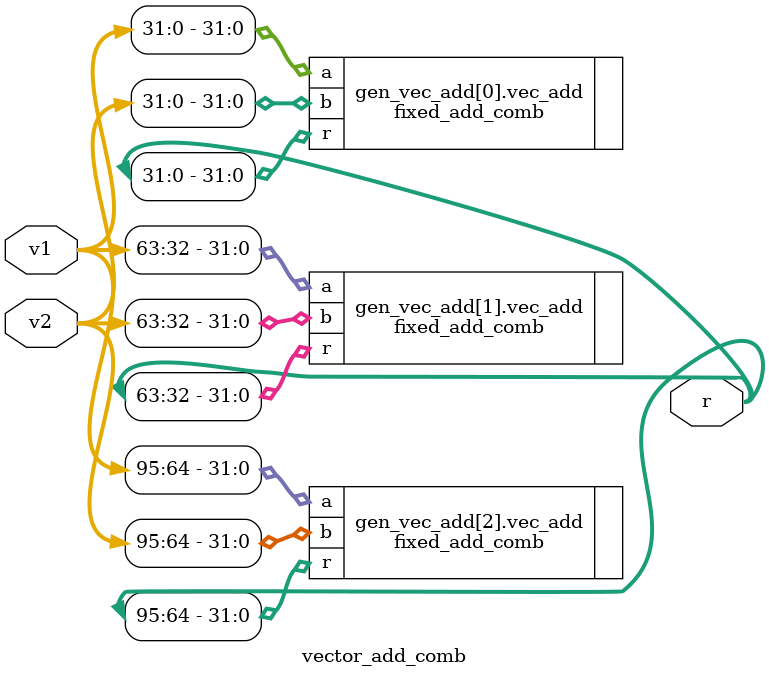
<source format=v>
`timescale 1ns / 1ps
module vector_add(
		input clk,
		input rst,
		input new_data,
		output output_valid,
		
		input [95:0] v1,
		input [95:0] v2,
		output [95:0] r
    );
	 
	genvar i;
	wire[2:0] output_v;
	generate 
		for(i = 0; i<3; i = i+1) begin : gen_vec_add
			fixed_add vec_add(
				.clk(clk),
				.rst(rst),
				.new_data(new_data),
				.output_valid(output_v[i]),
				
				.a(v1[32*i+:32]),
				.b(v2[32*i+:32]),
				.r(r[32*i+:32])
			);
		end
	endgenerate
	assign output_valid = output_v[0]&&output_v[1]&&output_v[2];

endmodule

//LATENCY:2
module vector_add_ce(
		input clk,
		input ce,
		input rst,
		input new_data,
		output output_valid,
		
		input [95:0] v1,
		input [95:0] v2,
		output [95:0] r
    );
	 
	genvar i;
	wire[2:0] output_v;
	generate 
		for(i = 0; i<3; i = i+1) begin : gen_vec_add
			fixed_add_ce vec_add_ce(
				.clk(clk),
				.ce(ce),
				.rst(rst),
				.new_data(new_data),
				.output_valid(output_v[i]),
				
				.a(v1[32*i+:32]),
				.b(v2[32*i+:32]),
				.r(r[32*i+:32])
			);
		end
	endgenerate
	assign output_valid = output_v[0]&&output_v[1]&&output_v[2];

endmodule

module vector_add_comb(
		input [95:0] v1,
		input [95:0] v2,
		output [95:0] r
    );
	 
	genvar i;
	generate 
		for(i = 0; i<3; i = i+1) begin : gen_vec_add
			fixed_add_comb vec_add(		
				.a(v1[32*i+:32]),
				.b(v2[32*i+:32]),
				.r(r[32*i+:32])
			);
		end
	endgenerate

endmodule

</source>
